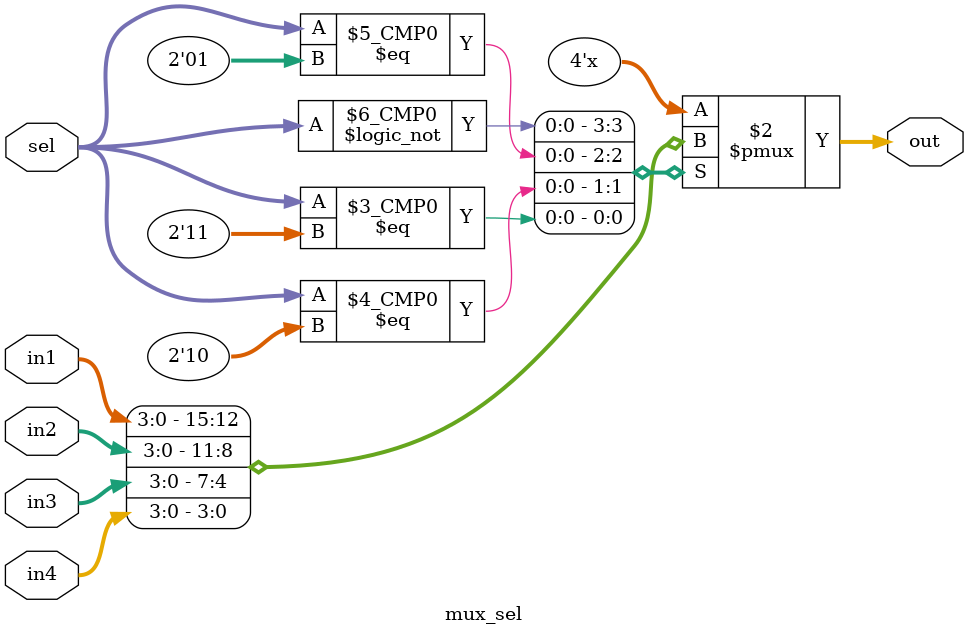
<source format=v>
`timescale 1ns / 1ps
module mux_sel(
    input [3:0] in1,
    input [3:0] in2,
    input [3:0] in3,
    input [3:0] in4,
    input [1:0] sel,
    output reg [3:0] out
    );
always @ (in1,in2,in3,in4,sel)
case (sel)
			0: out <= in1;
			1: out <= in2;
			2: out <= in3;
			3: out <= in4;
			default: out <= 4'bz;
endcase
endmodule

</source>
